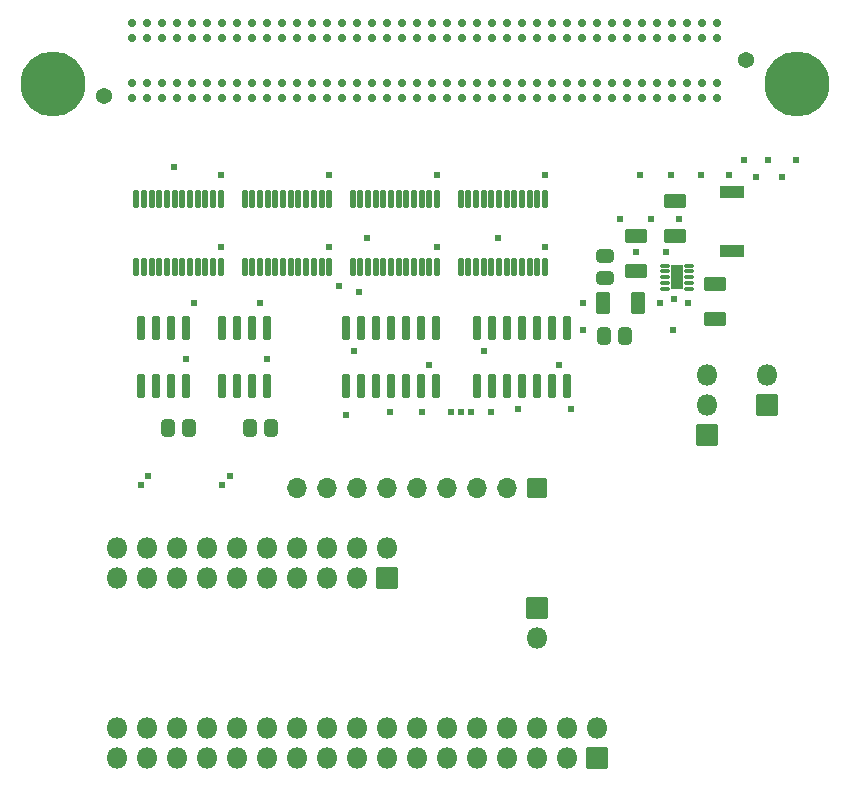
<source format=gts>
%TF.GenerationSoftware,KiCad,Pcbnew,7.0.8*%
%TF.CreationDate,2024-07-21T17:29:17-05:00*%
%TF.ProjectId,esdi_fmc,65736469-5f66-46d6-932e-6b696361645f,rev?*%
%TF.SameCoordinates,Original*%
%TF.FileFunction,Soldermask,Top*%
%TF.FilePolarity,Negative*%
%FSLAX46Y46*%
G04 Gerber Fmt 4.6, Leading zero omitted, Abs format (unit mm)*
G04 Created by KiCad (PCBNEW 7.0.8) date 2024-07-21 17:29:17*
%MOMM*%
%LPD*%
G01*
G04 APERTURE LIST*
G04 Aperture macros list*
%AMRoundRect*
0 Rectangle with rounded corners*
0 $1 Rounding radius*
0 $2 $3 $4 $5 $6 $7 $8 $9 X,Y pos of 4 corners*
0 Add a 4 corners polygon primitive as box body*
4,1,4,$2,$3,$4,$5,$6,$7,$8,$9,$2,$3,0*
0 Add four circle primitives for the rounded corners*
1,1,$1+$1,$2,$3*
1,1,$1+$1,$4,$5*
1,1,$1+$1,$6,$7*
1,1,$1+$1,$8,$9*
0 Add four rect primitives between the rounded corners*
20,1,$1+$1,$2,$3,$4,$5,0*
20,1,$1+$1,$4,$5,$6,$7,0*
20,1,$1+$1,$6,$7,$8,$9,0*
20,1,$1+$1,$8,$9,$2,$3,0*%
G04 Aperture macros list end*
%ADD10RoundRect,0.150800X-0.100000X0.637500X-0.100000X-0.637500X0.100000X-0.637500X0.100000X0.637500X0*%
%ADD11RoundRect,0.200800X-0.150000X0.825000X-0.150000X-0.825000X0.150000X-0.825000X0.150000X0.825000X0*%
%ADD12RoundRect,0.050800X0.850000X0.850000X-0.850000X0.850000X-0.850000X-0.850000X0.850000X-0.850000X0*%
%ADD13O,1.801600X1.801600*%
%ADD14RoundRect,0.050800X0.800000X0.800000X-0.800000X0.800000X-0.800000X-0.800000X0.800000X-0.800000X0*%
%ADD15O,1.701600X1.701600*%
%ADD16RoundRect,0.300800X0.450000X-0.262500X0.450000X0.262500X-0.450000X0.262500X-0.450000X-0.262500X0*%
%ADD17RoundRect,0.113300X-0.300000X-0.062500X0.300000X-0.062500X0.300000X0.062500X-0.300000X0.062500X0*%
%ADD18RoundRect,0.050800X-0.450000X-1.000000X0.450000X-1.000000X0.450000X1.000000X-0.450000X1.000000X0*%
%ADD19RoundRect,0.300800X-0.262500X-0.450000X0.262500X-0.450000X0.262500X0.450000X-0.262500X0.450000X0*%
%ADD20RoundRect,0.300800X0.262500X0.450000X-0.262500X0.450000X-0.262500X-0.450000X0.262500X-0.450000X0*%
%ADD21RoundRect,0.300800X0.650000X-0.325000X0.650000X0.325000X-0.650000X0.325000X-0.650000X-0.325000X0*%
%ADD22C,1.371600*%
%ADD23C,0.736600*%
%ADD24RoundRect,0.050800X1.003300X-0.495300X1.003300X0.495300X-1.003300X0.495300X-1.003300X-0.495300X0*%
%ADD25RoundRect,0.300800X-0.650000X0.325000X-0.650000X-0.325000X0.650000X-0.325000X0.650000X0.325000X0*%
%ADD26RoundRect,0.300800X0.325000X0.650000X-0.325000X0.650000X-0.325000X-0.650000X0.325000X-0.650000X0*%
%ADD27RoundRect,0.050800X0.850000X-0.850000X0.850000X0.850000X-0.850000X0.850000X-0.850000X-0.850000X0*%
%ADD28C,0.609600*%
%ADD29C,5.501600*%
G04 APERTURE END LIST*
D10*
%TO.C,U4*%
X77206700Y-71485600D03*
X76556700Y-71485600D03*
X75906700Y-71485600D03*
X75256700Y-71485600D03*
X74606700Y-71485600D03*
X73956700Y-71485600D03*
X73306700Y-71485600D03*
X72656700Y-71485600D03*
X72006700Y-71485600D03*
X71356700Y-71485600D03*
X70706700Y-71485600D03*
X70056700Y-71485600D03*
X70056700Y-77210600D03*
X70706700Y-77210600D03*
X71356700Y-77210600D03*
X72006700Y-77210600D03*
X72656700Y-77210600D03*
X73306700Y-77210600D03*
X73956700Y-77210600D03*
X74606700Y-77210600D03*
X75256700Y-77210600D03*
X75906700Y-77210600D03*
X76556700Y-77210600D03*
X77206700Y-77210600D03*
%TD*%
D11*
%TO.C,U7*%
X86223700Y-82345600D03*
X84953700Y-82345600D03*
X83683700Y-82345600D03*
X82413700Y-82345600D03*
X81143700Y-82345600D03*
X79873700Y-82345600D03*
X78603700Y-82345600D03*
X78603700Y-87295600D03*
X79873700Y-87295600D03*
X81143700Y-87295600D03*
X82413700Y-87295600D03*
X83683700Y-87295600D03*
X84953700Y-87295600D03*
X86223700Y-87295600D03*
%TD*%
D12*
%TO.C,JP1*%
X109220000Y-91440000D03*
D13*
X109220000Y-88900000D03*
X109220000Y-86360000D03*
%TD*%
D14*
%TO.C,RN1*%
X94834300Y-95895000D03*
D15*
X92294300Y-95895000D03*
X89754300Y-95895000D03*
X87214300Y-95895000D03*
X84674300Y-95895000D03*
X82134300Y-95895000D03*
X79594300Y-95895000D03*
X77054300Y-95895000D03*
X74514300Y-95895000D03*
%TD*%
D11*
%TO.C,U8*%
X71974300Y-82345600D03*
X70704300Y-82345600D03*
X69434300Y-82345600D03*
X68164300Y-82345600D03*
X68164300Y-87295600D03*
X69434300Y-87295600D03*
X70704300Y-87295600D03*
X71974300Y-87295600D03*
%TD*%
D16*
%TO.C,R1*%
X100584000Y-78128500D03*
X100584000Y-76303500D03*
%TD*%
D10*
%TO.C,U3*%
X86344900Y-71485600D03*
X85694900Y-71485600D03*
X85044900Y-71485600D03*
X84394900Y-71485600D03*
X83744900Y-71485600D03*
X83094900Y-71485600D03*
X82444900Y-71485600D03*
X81794900Y-71485600D03*
X81144900Y-71485600D03*
X80494900Y-71485600D03*
X79844900Y-71485600D03*
X79194900Y-71485600D03*
X79194900Y-77210600D03*
X79844900Y-77210600D03*
X80494900Y-77210600D03*
X81144900Y-77210600D03*
X81794900Y-77210600D03*
X82444900Y-77210600D03*
X83094900Y-77210600D03*
X83744900Y-77210600D03*
X84394900Y-77210600D03*
X85044900Y-77210600D03*
X85694900Y-77210600D03*
X86344900Y-77210600D03*
%TD*%
D17*
%TO.C,U1*%
X105609200Y-77097600D03*
X105609200Y-77597600D03*
X105609200Y-78097600D03*
X105609200Y-78597600D03*
X105609200Y-79097600D03*
X107634200Y-79097600D03*
X107634200Y-78597600D03*
X107634200Y-78097600D03*
X107634200Y-77597600D03*
X107634200Y-77097600D03*
D18*
X106621700Y-78097600D03*
%TD*%
D11*
%TO.C,U6*%
X97323500Y-82356800D03*
X96053500Y-82356800D03*
X94783500Y-82356800D03*
X93513500Y-82356800D03*
X92243500Y-82356800D03*
X90973500Y-82356800D03*
X89703500Y-82356800D03*
X89703500Y-87306800D03*
X90973500Y-87306800D03*
X92243500Y-87306800D03*
X93513500Y-87306800D03*
X94783500Y-87306800D03*
X96053500Y-87306800D03*
X97323500Y-87306800D03*
%TD*%
D19*
%TO.C,R2*%
X100433500Y-83058000D03*
X102258500Y-83058000D03*
%TD*%
D20*
%TO.C,R3*%
X72300700Y-90815000D03*
X70475700Y-90815000D03*
%TD*%
D21*
%TO.C,C1*%
X103218100Y-77534400D03*
X103218100Y-74584400D03*
%TD*%
D22*
%TO.C,J1*%
X58118600Y-62748000D03*
X112500000Y-59700000D03*
D23*
X110074300Y-56525000D03*
X108804300Y-56525000D03*
X107534300Y-56525000D03*
X106264300Y-56525000D03*
X104994300Y-56525000D03*
X103724300Y-56525000D03*
X102454300Y-56525000D03*
X101184300Y-56525000D03*
X99914300Y-56525000D03*
X98644300Y-56525000D03*
X97374300Y-56525000D03*
X96104300Y-56525000D03*
X94834300Y-56525000D03*
X93564300Y-56525000D03*
X92294300Y-56525000D03*
X91024300Y-56525000D03*
X89754300Y-56525000D03*
X88484300Y-56525000D03*
X87214300Y-56525000D03*
X85944300Y-56525000D03*
X84674300Y-56525000D03*
X83404300Y-56525000D03*
X82134300Y-56525000D03*
X80864300Y-56525000D03*
X79594300Y-56525000D03*
X78324300Y-56525000D03*
X77054300Y-56525000D03*
X75784300Y-56525000D03*
X74514300Y-56525000D03*
X73244300Y-56525000D03*
X71974300Y-56525000D03*
X70704300Y-56525000D03*
X69434300Y-56525000D03*
X68164300Y-56525000D03*
X66894300Y-56525000D03*
X65624300Y-56525000D03*
X64354300Y-56525000D03*
X63084300Y-56525000D03*
X61814300Y-56525000D03*
X60544300Y-56525000D03*
X110074300Y-57795000D03*
X108804300Y-57795000D03*
X107534300Y-57795000D03*
X106264300Y-57795000D03*
X104994300Y-57795000D03*
X103724300Y-57795000D03*
X102454300Y-57795000D03*
X101184300Y-57795000D03*
X99914300Y-57795000D03*
X98644300Y-57795000D03*
X97374300Y-57795000D03*
X96104300Y-57795000D03*
X94834300Y-57795000D03*
X93564300Y-57795000D03*
X92294300Y-57795000D03*
X91024300Y-57795000D03*
X89754300Y-57795000D03*
X88484300Y-57795000D03*
X87214300Y-57795000D03*
X85944300Y-57795000D03*
X84674300Y-57795000D03*
X83404300Y-57795000D03*
X82134300Y-57795000D03*
X80864300Y-57795000D03*
X79594300Y-57795000D03*
X78324300Y-57795000D03*
X77054300Y-57795000D03*
X75784300Y-57795000D03*
X74514300Y-57795000D03*
X73244300Y-57795000D03*
X71974300Y-57795000D03*
X70704300Y-57795000D03*
X69434300Y-57795000D03*
X68164300Y-57795000D03*
X66894300Y-57795000D03*
X65624300Y-57795000D03*
X64354300Y-57795000D03*
X63084300Y-57795000D03*
X61814300Y-57795000D03*
X60544300Y-57795000D03*
X110074300Y-61605000D03*
X108804300Y-61605000D03*
X107534300Y-61605000D03*
X106264300Y-61605000D03*
X104994300Y-61605000D03*
X103724300Y-61605000D03*
X102454300Y-61605000D03*
X101184300Y-61605000D03*
X99914300Y-61605000D03*
X98644300Y-61605000D03*
X97374300Y-61605000D03*
X96104300Y-61605000D03*
X94834300Y-61605000D03*
X93564300Y-61605000D03*
X92294300Y-61605000D03*
X91024300Y-61605000D03*
X89754300Y-61605000D03*
X88484300Y-61605000D03*
X87214300Y-61605000D03*
X85944300Y-61605000D03*
X84674300Y-61605000D03*
X83404300Y-61605000D03*
X82134300Y-61605000D03*
X80864300Y-61605000D03*
X79594300Y-61605000D03*
X78324300Y-61605000D03*
X77054300Y-61605000D03*
X75784300Y-61605000D03*
X74514300Y-61605000D03*
X73244300Y-61605000D03*
X71974300Y-61605000D03*
X70704300Y-61605000D03*
X69434300Y-61605000D03*
X68164300Y-61605000D03*
X66894300Y-61605000D03*
X65624300Y-61605000D03*
X64354300Y-61605000D03*
X63084300Y-61605000D03*
X61814300Y-61605000D03*
X60544300Y-61605000D03*
X110074300Y-62875000D03*
X108804300Y-62875000D03*
X107534300Y-62875000D03*
X106264300Y-62875000D03*
X104994300Y-62875000D03*
X103724300Y-62875000D03*
X102454300Y-62875000D03*
X101184300Y-62875000D03*
X99914300Y-62875000D03*
X98644300Y-62875000D03*
X97374300Y-62875000D03*
X96104300Y-62875000D03*
X94834300Y-62875000D03*
X93564300Y-62875000D03*
X92294300Y-62875000D03*
X91024300Y-62875000D03*
X89754300Y-62875000D03*
X88484300Y-62875000D03*
X87214300Y-62875000D03*
X85944300Y-62875000D03*
X84674300Y-62875000D03*
X83404300Y-62875000D03*
X82134300Y-62875000D03*
X80864300Y-62875000D03*
X79594300Y-62875000D03*
X78324300Y-62875000D03*
X77054300Y-62875000D03*
X75784300Y-62875000D03*
X74514300Y-62875000D03*
X73244300Y-62875000D03*
X71974300Y-62875000D03*
X70704300Y-62875000D03*
X69434300Y-62875000D03*
X68164300Y-62875000D03*
X66894300Y-62875000D03*
X65624300Y-62875000D03*
X64354300Y-62875000D03*
X63084300Y-62875000D03*
X61814300Y-62875000D03*
X60544300Y-62875000D03*
%TD*%
D24*
%TO.C,L1*%
X111269900Y-75892500D03*
X111269900Y-70888700D03*
%TD*%
D20*
%TO.C,R4*%
X65344900Y-90815000D03*
X63519900Y-90815000D03*
%TD*%
D25*
%TO.C,C2*%
X109847500Y-78697400D03*
X109847500Y-81647400D03*
%TD*%
D12*
%TO.C,JP3*%
X114300000Y-88900000D03*
D13*
X114300000Y-86360000D03*
%TD*%
D10*
%TO.C,U5*%
X68021100Y-71485600D03*
X67371100Y-71485600D03*
X66721100Y-71485600D03*
X66071100Y-71485600D03*
X65421100Y-71485600D03*
X64771100Y-71485600D03*
X64121100Y-71485600D03*
X63471100Y-71485600D03*
X62821100Y-71485600D03*
X62171100Y-71485600D03*
X61521100Y-71485600D03*
X60871100Y-71485600D03*
X60871100Y-77210600D03*
X61521100Y-77210600D03*
X62171100Y-77210600D03*
X62821100Y-77210600D03*
X63471100Y-77210600D03*
X64121100Y-77210600D03*
X64771100Y-77210600D03*
X65421100Y-77210600D03*
X66071100Y-77210600D03*
X66721100Y-77210600D03*
X67371100Y-77210600D03*
X68021100Y-77210600D03*
%TD*%
D11*
%TO.C,U9*%
X65065500Y-82356800D03*
X63795500Y-82356800D03*
X62525500Y-82356800D03*
X61255500Y-82356800D03*
X61255500Y-87306800D03*
X62525500Y-87306800D03*
X63795500Y-87306800D03*
X65065500Y-87306800D03*
%TD*%
D10*
%TO.C,U2*%
X95483100Y-71501000D03*
X94833100Y-71501000D03*
X94183100Y-71501000D03*
X93533100Y-71501000D03*
X92883100Y-71501000D03*
X92233100Y-71501000D03*
X91583100Y-71501000D03*
X90933100Y-71501000D03*
X90283100Y-71501000D03*
X89633100Y-71501000D03*
X88983100Y-71501000D03*
X88333100Y-71501000D03*
X88333100Y-77226000D03*
X88983100Y-77226000D03*
X89633100Y-77226000D03*
X90283100Y-77226000D03*
X90933100Y-77226000D03*
X91583100Y-77226000D03*
X92233100Y-77226000D03*
X92883100Y-77226000D03*
X93533100Y-77226000D03*
X94183100Y-77226000D03*
X94833100Y-77226000D03*
X95483100Y-77226000D03*
%TD*%
D26*
%TO.C,C3*%
X103379800Y-80264000D03*
X100429800Y-80264000D03*
%TD*%
D25*
%TO.C,C4*%
X106443900Y-71636200D03*
X106443900Y-74586200D03*
%TD*%
D27*
%TO.C,J3*%
X82134300Y-103515000D03*
D13*
X82134300Y-100975000D03*
X79594300Y-103515000D03*
X79594300Y-100975000D03*
X77054300Y-103515000D03*
X77054300Y-100975000D03*
X74514300Y-103515000D03*
X74514300Y-100975000D03*
X71974300Y-103515000D03*
X71974300Y-100975000D03*
X69434300Y-103515000D03*
X69434300Y-100975000D03*
X66894300Y-103515000D03*
X66894300Y-100975000D03*
X64354300Y-103515000D03*
X64354300Y-100975000D03*
X61814300Y-103515000D03*
X61814300Y-100975000D03*
X59274300Y-103515000D03*
X59274300Y-100975000D03*
%TD*%
D27*
%TO.C,J2*%
X99914300Y-118755000D03*
D13*
X99914300Y-116215000D03*
X97374300Y-118755000D03*
X97374300Y-116215000D03*
X94834300Y-118755000D03*
X94834300Y-116215000D03*
X92294300Y-118755000D03*
X92294300Y-116215000D03*
X89754300Y-118755000D03*
X89754300Y-116215000D03*
X87214300Y-118755000D03*
X87214300Y-116215000D03*
X84674300Y-118755000D03*
X84674300Y-116215000D03*
X82134300Y-118755000D03*
X82134300Y-116215000D03*
X79594300Y-118755000D03*
X79594300Y-116215000D03*
X77054300Y-118755000D03*
X77054300Y-116215000D03*
X74514300Y-118755000D03*
X74514300Y-116215000D03*
X71974300Y-118755000D03*
X71974300Y-116215000D03*
X69434300Y-118755000D03*
X69434300Y-116215000D03*
X66894300Y-118755000D03*
X66894300Y-116215000D03*
X64354300Y-118755000D03*
X64354300Y-116215000D03*
X61814300Y-118755000D03*
X61814300Y-116215000D03*
X59274300Y-118755000D03*
X59274300Y-116215000D03*
%TD*%
D12*
%TO.C,JP2*%
X94834300Y-106055000D03*
D13*
X94834300Y-108595000D03*
%TD*%
D28*
X80391000Y-74777600D03*
X105689400Y-75946000D03*
X98704400Y-80264000D03*
X91516200Y-74777600D03*
X106807000Y-73177400D03*
X105257600Y-80264000D03*
X103225600Y-75946000D03*
D29*
X116800000Y-61700000D03*
D28*
X101828600Y-73177400D03*
X106349800Y-82575400D03*
X107594400Y-80264000D03*
X90347800Y-84302600D03*
X79273400Y-84302600D03*
X104444800Y-73177400D03*
D29*
X53800000Y-61700000D03*
D28*
X98704400Y-82524600D03*
X108686600Y-69469000D03*
X77216000Y-75488800D03*
X86334600Y-75488800D03*
X85623400Y-85496400D03*
X71374000Y-80264000D03*
X114376200Y-68148200D03*
X103530400Y-69469000D03*
X112369600Y-68148200D03*
X111048800Y-69469000D03*
X116713000Y-68148200D03*
X113334800Y-69570600D03*
X96697800Y-85496400D03*
X106121200Y-69469000D03*
X95504000Y-75488800D03*
X106400600Y-79908400D03*
X68021200Y-75488800D03*
X65786000Y-80264000D03*
X115544600Y-69570600D03*
X95478600Y-69469000D03*
X86334600Y-69469000D03*
X64058800Y-68732400D03*
X77216000Y-69469000D03*
X68021200Y-69469000D03*
X97653700Y-89265600D03*
X93208700Y-89265600D03*
X90897300Y-89468800D03*
X89246300Y-89494200D03*
X88382700Y-89494200D03*
X87519100Y-89494200D03*
X85055300Y-89494200D03*
X82388300Y-89494200D03*
X78603700Y-89722800D03*
X68164300Y-95666400D03*
X68773900Y-94904400D03*
X61306300Y-95666400D03*
X61865100Y-94879000D03*
X65116300Y-84973000D03*
X78070300Y-78826200D03*
X71974300Y-84973000D03*
X79746700Y-79334200D03*
M02*

</source>
